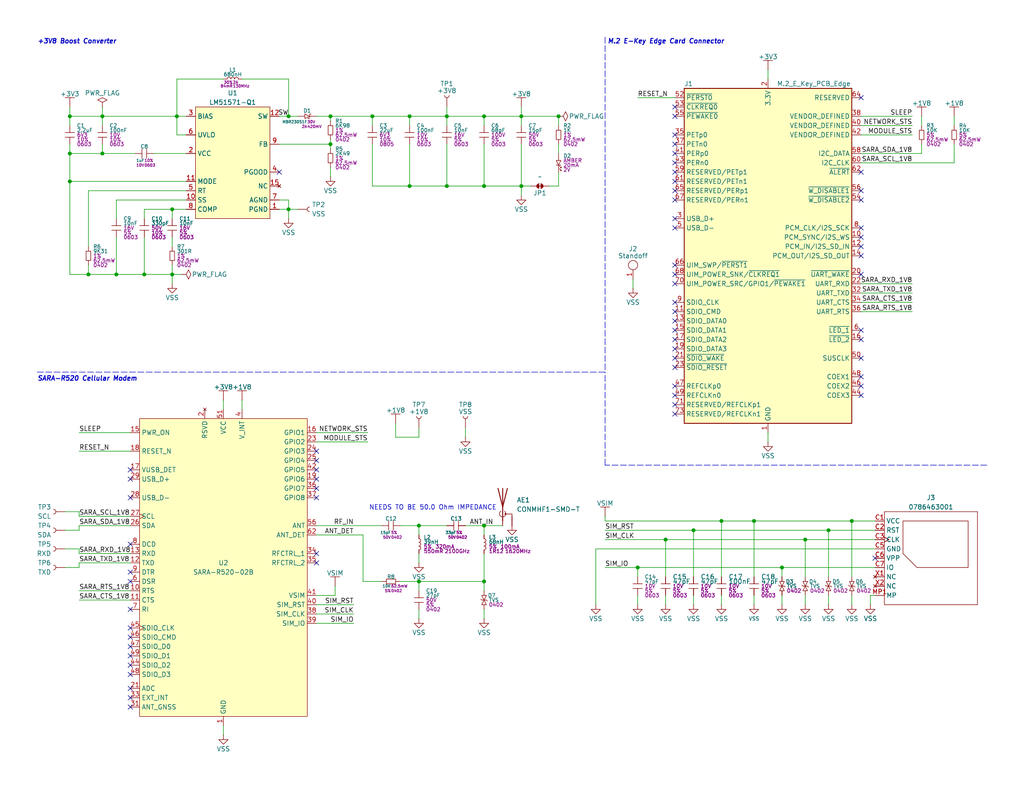
<source format=kicad_sch>
(kicad_sch (version 20231120) (generator "eeschema") (generator_version "8.0")
  (paper "USLetter")
  (title_block (title "U-bolx ZED-F9P M.2 E-Key") (date "2024-12-23") (rev "01") (comment 2 "PROTOTYPE") (comment 3 "2024"))
  (junction (at 31.75 74.93))
  (junction (at 24.13 74.93))
  (junction (at 226.06 144.78))
  (junction (at 142.24 50.8))
  (junction (at 132.08 158.75))
  (junction (at 19.05 41.91))
  (junction (at 181.61 147.32))
  (junction (at 27.94 31.75))
  (junction (at 90.17 39.37))
  (junction (at 39.37 74.93))
  (junction (at 142.24 31.75))
  (junction (at 19.05 49.53))
  (junction (at 152.4 31.75))
  (junction (at 189.23 144.78))
  (junction (at 19.05 31.75))
  (junction (at 196.85 142.24))
  (junction (at 27.94 41.91))
  (junction (at 132.08 143.51))
  (junction (at 205.74 142.24))
  (junction (at 111.76 50.8))
  (junction (at 219.71 147.32))
  (junction (at 232.41 142.24))
  (junction (at 213.36 154.94))
  (junction (at 173.99 154.94))
  (junction (at 111.76 31.75))
  (junction (at 48.26 31.75))
  (junction (at 132.08 50.8))
  (junction (at 121.92 50.8))
  (junction (at 78.74 31.75))
  (junction (at 78.74 57.15))
  (junction (at 46.99 74.93))
  (junction (at 101.6 31.75))
  (junction (at 114.3 143.51))
  (junction (at 90.17 31.75))
  (junction (at 46.99 57.15))
  (junction (at 121.92 31.75))
  (junction (at 132.08 31.75))
  (junction (at 114.3 158.75))
  (no_connect (at 35.56 193.04))
  (no_connect (at 184.15 74.93))
  (no_connect (at 35.56 171.45))
  (no_connect (at 35.56 148.59))
  (no_connect (at 86.36 135.89))
  (no_connect (at 86.36 130.81))
  (no_connect (at 234.95 69.85))
  (no_connect (at 184.15 105.41))
  (no_connect (at 35.56 187.96))
  (no_connect (at 184.15 77.47))
  (no_connect (at 86.36 151.13))
  (no_connect (at 234.95 26.67))
  (no_connect (at 234.95 102.87))
  (no_connect (at 234.95 107.95))
  (no_connect (at 234.95 67.31))
  (no_connect (at 238.76 152.4))
  (no_connect (at 35.56 166.37))
  (no_connect (at 86.36 128.27))
  (no_connect (at 234.95 97.79))
  (no_connect (at 35.56 190.5))
  (no_connect (at 234.95 52.07))
  (no_connect (at 184.15 46.99))
  (no_connect (at 184.15 31.75))
  (no_connect (at 86.36 125.73))
  (no_connect (at 234.95 74.93))
  (no_connect (at 184.15 82.55))
  (no_connect (at 184.15 49.53))
  (no_connect (at 35.56 156.21))
  (no_connect (at 234.95 105.41))
  (no_connect (at 86.36 153.67))
  (no_connect (at 234.95 46.99))
  (no_connect (at 86.36 123.19))
  (no_connect (at 184.15 36.83))
  (no_connect (at 35.56 173.99))
  (no_connect (at 234.95 92.71))
  (no_connect (at 184.15 110.49))
  (no_connect (at 184.15 41.91))
  (no_connect (at 234.95 90.17))
  (no_connect (at 76.2 46.99))
  (no_connect (at 86.36 133.35))
  (no_connect (at 184.15 90.17))
  (no_connect (at 184.15 95.25))
  (no_connect (at 184.15 107.95))
  (no_connect (at 234.95 64.77))
  (no_connect (at 184.15 72.39))
  (no_connect (at 184.15 62.23))
  (no_connect (at 184.15 54.61))
  (no_connect (at 184.15 85.09))
  (no_connect (at 234.95 62.23))
  (no_connect (at 184.15 100.33))
  (no_connect (at 184.15 87.63))
  (no_connect (at 184.15 97.79))
  (no_connect (at 184.15 39.37))
  (no_connect (at 35.56 179.07))
  (no_connect (at 35.56 176.53))
  (no_connect (at 184.15 52.07))
  (no_connect (at 35.56 181.61))
  (no_connect (at 184.15 29.21))
  (no_connect (at 35.56 128.27))
  (no_connect (at 35.56 130.81))
  (no_connect (at 184.15 92.71))
  (no_connect (at 234.95 54.61))
  (no_connect (at 184.15 44.45))
  (no_connect (at 35.56 135.89))
  (no_connect (at 35.56 184.15))
  (no_connect (at 184.15 59.69))
  (no_connect (at 184.15 113.03))
  (no_connect (at 35.56 158.75))
  (wire (pts (xy 132.08 50.8) (xy 142.24 50.8)))
  (wire (pts (xy 152.4 46.99) (xy 152.4 50.8)))
  (wire (pts (xy 46.99 74.93) (xy 46.99 72.39)))
  (wire (pts (xy 21.59 143.51) (xy 35.56 143.51)))
  (wire (pts (xy 111.76 31.75) (xy 121.92 31.75)))
  (wire (pts (xy 101.6 31.75) (xy 111.76 31.75)))
  (wire (pts (xy 107.95 115.57) (xy 107.95 119.38)))
  (wire (pts (xy 181.61 147.32) (xy 219.71 147.32)))
  (wire (pts (xy 248.92 85.09) (xy 234.95 85.09)))
  (wire (pts (xy 132.08 151.13) (xy 132.08 158.75)))
  (wire (pts (xy 86.36 167.64) (xy 96.52 167.64)))
  (wire (pts (xy 21.59 140.97) (xy 35.56 140.97)))
  (wire (pts (xy 111.76 31.75) (xy 111.76 34.29)))
  (wire (pts (xy 48.26 21.59) (xy 48.26 31.75)))
  (wire (pts (xy 121.92 31.75) (xy 132.08 31.75)))
  (wire (pts (xy 24.13 74.93) (xy 31.75 74.93)))
  (wire (pts (xy 78.74 57.15) (xy 76.2 57.15)))
  (wire (pts (xy 181.61 147.32) (xy 181.61 157.48)))
  (wire (pts (xy 46.99 64.77) (xy 46.99 67.31)))
  (wire (pts (xy 162.56 149.86) (xy 162.56 165.1)))
  (wire (pts (xy 90.17 33.02) (xy 90.17 31.75)))
  (wire (pts (xy 142.24 39.37) (xy 142.24 50.8)))
  (wire (pts (xy 173.99 162.56) (xy 173.99 165.1)))
  (polyline (pts (xy 165.1 10.16) (xy 165.1 101.6)) (stroke (width 0) (type dash)))
  (wire (pts (xy 132.08 143.51) (xy 137.16 143.51)))
  (wire (pts (xy 226.06 144.78) (xy 226.06 157.48)))
  (wire (pts (xy 189.23 162.56) (xy 189.23 165.1)))
  (wire (pts (xy 213.36 154.94) (xy 213.36 157.48)))
  (wire (pts (xy 234.95 34.29) (xy 248.92 34.29)))
  (wire (pts (xy 19.05 39.37) (xy 19.05 41.91)))
  (wire (pts (xy 78.74 59.69) (xy 78.74 57.15)))
  (wire (pts (xy 248.92 80.01) (xy 234.95 80.01)))
  (wire (pts (xy 86.36 120.65) (xy 100.33 120.65)))
  (wire (pts (xy 114.3 143.51) (xy 121.92 143.51)))
  (wire (pts (xy 31.75 54.61) (xy 50.8 54.61)))
  (wire (pts (xy 127 143.51) (xy 132.08 143.51)))
  (wire (pts (xy 86.36 143.51) (xy 104.14 143.51)))
  (wire (pts (xy 152.4 39.37) (xy 152.4 41.91)))
  (wire (pts (xy 132.08 158.75) (xy 132.08 161.29)))
  (wire (pts (xy 60.96 198.12) (xy 60.96 200.66)))
  (wire (pts (xy 17.78 154.94) (xy 21.59 154.94)))
  (wire (pts (xy 114.3 151.13) (xy 114.3 153.67)))
  (wire (pts (xy 165.1 144.78) (xy 189.23 144.78)))
  (wire (pts (xy 232.41 142.24) (xy 232.41 157.48)))
  (wire (pts (xy 165.1 140.97) (xy 165.1 142.24)))
  (wire (pts (xy 19.05 41.91) (xy 27.94 41.91)))
  (wire (pts (xy 31.75 74.93) (xy 39.37 74.93)))
  (wire (pts (xy 24.13 52.07) (xy 50.8 52.07)))
  (wire (pts (xy 50.8 36.83) (xy 48.26 36.83)))
  (wire (pts (xy 114.3 158.75) (xy 132.08 158.75)))
  (wire (pts (xy 111.76 39.37) (xy 111.76 50.8)))
  (wire (pts (xy 90.17 31.75) (xy 101.6 31.75)))
  (wire (pts (xy 21.59 153.67) (xy 21.59 154.94)))
  (wire (pts (xy 209.55 19.05) (xy 209.55 21.59)))
  (wire (pts (xy 21.59 139.7) (xy 17.78 139.7)))
  (wire (pts (xy 226.06 144.78) (xy 238.76 144.78)))
  (wire (pts (xy 19.05 34.29) (xy 19.05 31.75)))
  (wire (pts (xy 31.75 64.77) (xy 31.75 74.93)))
  (wire (pts (xy 196.85 162.56) (xy 196.85 165.1)))
  (wire (pts (xy 142.24 31.75) (xy 142.24 34.29)))
  (wire (pts (xy 196.85 142.24) (xy 196.85 157.48)))
  (wire (pts (xy 238.76 162.56) (xy 237.49 162.56)))
  (wire (pts (xy 66.04 109.22) (xy 66.04 111.76)))
  (wire (pts (xy 184.15 26.67) (xy 173.99 26.67)))
  (wire (pts (xy 132.08 31.75) (xy 142.24 31.75)))
  (wire (pts (xy 19.05 49.53) (xy 50.8 49.53)))
  (wire (pts (xy 48.26 36.83) (xy 48.26 31.75)))
  (wire (pts (xy 21.59 143.51) (xy 21.59 144.78)))
  (wire (pts (xy 219.71 147.32) (xy 238.76 147.32)))
  (wire (pts (xy 90.17 38.1) (xy 90.17 39.37)))
  (wire (pts (xy 27.94 29.21) (xy 27.94 31.75)))
  (wire (pts (xy 173.99 154.94) (xy 213.36 154.94)))
  (wire (pts (xy 21.59 144.78) (xy 17.78 144.78)))
  (wire (pts (xy 248.92 82.55) (xy 234.95 82.55)))
  (wire (pts (xy 46.99 57.15) (xy 46.99 59.69)))
  (wire (pts (xy 86.36 31.75) (xy 90.17 31.75)))
  (wire (pts (xy 86.36 165.1) (xy 96.52 165.1)))
  (wire (pts (xy 114.3 166.37) (xy 114.3 168.91)))
  (wire (pts (xy 101.6 39.37) (xy 101.6 50.8)))
  (wire (pts (xy 86.36 162.56) (xy 91.44 162.56)))
  (wire (pts (xy 76.2 54.61) (xy 78.74 54.61)))
  (wire (pts (xy 60.96 21.59) (xy 48.26 21.59)))
  (wire (pts (xy 21.59 118.11) (xy 35.56 118.11)))
  (wire (pts (xy 21.59 161.29) (xy 35.56 161.29)))
  (wire (pts (xy 152.4 31.75) (xy 152.4 34.29)))
  (wire (pts (xy 114.3 143.51) (xy 114.3 146.05)))
  (wire (pts (xy 86.36 170.18) (xy 96.52 170.18)))
  (wire (pts (xy 78.74 54.61) (xy 78.74 57.15)))
  (wire (pts (xy 172.72 76.2) (xy 172.72 78.74)))
  (wire (pts (xy 213.36 154.94) (xy 238.76 154.94)))
  (wire (pts (xy 205.74 142.24) (xy 232.41 142.24)))
  (wire (pts (xy 248.92 77.47) (xy 234.95 77.47)))
  (wire (pts (xy 99.06 158.75) (xy 104.14 158.75)))
  (polyline (pts (xy 269.24 127) (xy 165.1 127)) (stroke (width 0) (type dash)))
  (wire (pts (xy 232.41 142.24) (xy 238.76 142.24)))
  (wire (pts (xy 78.74 31.75) (xy 81.28 31.75)))
  (polyline (pts (xy 10.16 101.6) (xy 165.1 101.6)) (stroke (width 0) (type dash)))
  (wire (pts (xy 219.71 147.32) (xy 219.71 157.48)))
  (wire (pts (xy 76.2 39.37) (xy 90.17 39.37)))
  (wire (pts (xy 19.05 29.21) (xy 19.05 31.75)))
  (wire (pts (xy 101.6 34.29) (xy 101.6 31.75)))
  (wire (pts (xy 205.74 162.56) (xy 205.74 165.1)))
  (wire (pts (xy 21.59 163.83) (xy 35.56 163.83)))
  (wire (pts (xy 19.05 74.93) (xy 24.13 74.93)))
  (wire (pts (xy 19.05 31.75) (xy 27.94 31.75)))
  (wire (pts (xy 232.41 162.56) (xy 232.41 165.1)))
  (wire (pts (xy 165.1 154.94) (xy 173.99 154.94)))
  (wire (pts (xy 196.85 142.24) (xy 205.74 142.24)))
  (wire (pts (xy 234.95 36.83) (xy 248.92 36.83)))
  (wire (pts (xy 24.13 67.31) (xy 24.13 52.07)))
  (wire (pts (xy 260.35 39.37) (xy 260.35 44.45)))
  (wire (pts (xy 46.99 74.93) (xy 49.53 74.93)))
  (wire (pts (xy 39.37 74.93) (xy 46.99 74.93)))
  (wire (pts (xy 109.22 143.51) (xy 114.3 143.51)))
  (wire (pts (xy 219.71 162.56) (xy 219.71 165.1)))
  (wire (pts (xy 19.05 49.53) (xy 19.05 74.93)))
  (wire (pts (xy 251.46 39.37) (xy 251.46 41.91)))
  (wire (pts (xy 27.94 34.29) (xy 27.94 31.75)))
  (wire (pts (xy 107.95 119.38) (xy 114.3 119.38)))
  (wire (pts (xy 109.22 158.75) (xy 114.3 158.75)))
  (wire (pts (xy 132.08 146.05) (xy 132.08 143.51)))
  (wire (pts (xy 86.36 118.11) (xy 100.33 118.11)))
  (wire (pts (xy 76.2 31.75) (xy 78.74 31.75)))
  (wire (pts (xy 260.35 31.75) (xy 260.35 34.29)))
  (wire (pts (xy 189.23 144.78) (xy 189.23 157.48)))
  (wire (pts (xy 121.92 29.21) (xy 121.92 31.75)))
  (wire (pts (xy 90.17 45.72) (xy 90.17 48.26)))
  (wire (pts (xy 50.8 57.15) (xy 46.99 57.15)))
  (wire (pts (xy 226.06 162.56) (xy 226.06 165.1)))
  (wire (pts (xy 234.95 31.75) (xy 248.92 31.75)))
  (wire (pts (xy 209.55 118.11) (xy 209.55 120.65)))
  (wire (pts (xy 111.76 50.8) (xy 121.92 50.8)))
  (wire (pts (xy 173.99 154.94) (xy 173.99 157.48)))
  (wire (pts (xy 121.92 50.8) (xy 132.08 50.8)))
  (wire (pts (xy 149.86 50.8) (xy 152.4 50.8)))
  (wire (pts (xy 46.99 74.93) (xy 46.99 77.47)))
  (wire (pts (xy 114.3 119.38) (xy 114.3 116.84)))
  (wire (pts (xy 21.59 123.19) (xy 35.56 123.19)))
  (wire (pts (xy 142.24 29.21) (xy 142.24 31.75)))
  (wire (pts (xy 66.04 21.59) (xy 78.74 21.59)))
  (wire (pts (xy 142.24 31.75) (xy 152.4 31.75)))
  (wire (pts (xy 142.24 50.8) (xy 144.78 50.8)))
  (wire (pts (xy 39.37 64.77) (xy 39.37 74.93)))
  (wire (pts (xy 213.36 162.56) (xy 213.36 165.1)))
  (wire (pts (xy 132.08 31.75) (xy 132.08 34.29)))
  (wire (pts (xy 205.74 142.24) (xy 205.74 157.48)))
  (wire (pts (xy 114.3 158.75) (xy 114.3 161.29)))
  (wire (pts (xy 41.91 41.91) (xy 50.8 41.91)))
  (wire (pts (xy 27.94 41.91) (xy 36.83 41.91)))
  (wire (pts (xy 132.08 166.37) (xy 132.08 168.91)))
  (wire (pts (xy 21.59 151.13) (xy 35.56 151.13)))
  (wire (pts (xy 48.26 31.75) (xy 50.8 31.75)))
  (wire (pts (xy 162.56 149.86) (xy 238.76 149.86)))
  (wire (pts (xy 99.06 146.05) (xy 99.06 158.75)))
  (wire (pts (xy 78.74 57.15) (xy 81.28 57.15)))
  (wire (pts (xy 234.95 44.45) (xy 260.35 44.45)))
  (wire (pts (xy 132.08 39.37) (xy 132.08 50.8)))
  (wire (pts (xy 121.92 31.75) (xy 121.92 34.29)))
  (wire (pts (xy 251.46 31.75) (xy 251.46 34.29)))
  (wire (pts (xy 39.37 57.15) (xy 46.99 57.15)))
  (wire (pts (xy 189.23 144.78) (xy 226.06 144.78)))
  (wire (pts (xy 21.59 151.13) (xy 21.59 149.86)))
  (wire (pts (xy 91.44 160.02) (xy 91.44 162.56)))
  (wire (pts (xy 21.59 140.97) (xy 21.59 139.7)))
  (wire (pts (xy 21.59 153.67) (xy 35.56 153.67)))
  (polyline (pts (xy 165.1 127) (xy 165.1 101.6)) (stroke (width 0) (type dash)))
  (wire (pts (xy 234.95 41.91) (xy 251.46 41.91)))
  (wire (pts (xy 142.24 53.34) (xy 142.24 50.8)))
  (wire (pts (xy 165.1 142.24) (xy 196.85 142.24)))
  (wire (pts (xy 27.94 31.75) (xy 48.26 31.75)))
  (wire (pts (xy 165.1 147.32) (xy 181.61 147.32)))
  (wire (pts (xy 39.37 57.15) (xy 39.37 59.69)))
  (wire (pts (xy 24.13 72.39) (xy 24.13 74.93)))
  (wire (pts (xy 31.75 59.69) (xy 31.75 54.61)))
  (wire (pts (xy 60.96 109.22) (xy 60.96 111.76)))
  (wire (pts (xy 78.74 21.59) (xy 78.74 31.75)))
  (wire (pts (xy 90.17 39.37) (xy 90.17 40.64)))
  (wire (pts (xy 127 116.84) (xy 127 119.38)))
  (wire (pts (xy 17.78 149.86) (xy 21.59 149.86)))
  (wire (pts (xy 181.61 162.56) (xy 181.61 165.1)))
  (wire (pts (xy 237.49 162.56) (xy 237.49 165.1)))
  (wire (pts (xy 27.94 39.37) (xy 27.94 41.91)))
  (wire (pts (xy 86.36 146.05) (xy 99.06 146.05)))
  (wire (pts (xy 121.92 39.37) (xy 121.92 50.8)))
  (wire (pts (xy 101.6 50.8) (xy 111.76 50.8)))
  (wire (pts (xy 19.05 41.91) (xy 19.05 49.53)))
  (text "NEEDS TO BE 50.0 Ohm IMPEDANCE" (at 118.11 138.684 0) (effects (font (size 1.27 1.27))))
  (text "SARA-R520 Cellular Modem" (at 10.16 103.505 0) (effects (font (size 1.27 1.27) (thickness 0.254) (bold yes) (italic yes)) (justify left)))
  (text "+3V8 Boost Converter" (at 10.16 11.43 0) (effects (font (size 1.27 1.27) (thickness 0.254) (bold yes) (italic yes)) (justify left)))
  (text "M.2 E-Key Edge Card Connector" (at 165.735 11.43 0) (effects (font (size 1.27 1.27) (thickness 0.254) (bold yes) (italic yes)) (justify left)))
  (label "MODULE_STS" (at 248.92 36.83 180))
  (label "ANT_IN" (at 134.62 143.51 180) (effects (font (thickness 0.1588))))
  (label "SIM_CLK" (at 96.52 167.64 180))
  (label "SARA_TXD_1V8" (at 21.59 153.67 0))
  (label "SARA_RXD_1V8" (at 248.92 77.47 180))
  (label "MODULE_STS" (at 100.33 120.65 180))
  (label "SIM_RST" (at 96.52 165.1 180))
  (label "SIM_IO" (at 96.52 170.18 180))
  (label "SARA_RXD_1V8" (at 21.59 151.13 0))
  (label "SIM_RST" (at 165.1 144.78 0))
  (label "SARA_CTS_1V8" (at 21.59 163.83 0))
  (label "SARA_SCL_1V8" (at 21.59 140.97 0))
  (label "SIM_IO" (at 165.1 154.94 0))
  (label "SARA_SDA_1V8" (at 21.59 143.51 0))
  (label "RESET_N" (at 173.99 26.67 0))
  (label "SARA_RTS_1V8" (at 248.92 85.09 180))
  (label "ANT_DET" (at 96.52 146.05 180))
  (label "SW" (at 78.74 31.75 180))
  (label "SARA_RTS_1V8" (at 21.59 161.29 0))
  (label "NETWORK_STS" (at 100.33 118.11 180))
  (label "SARA_TXD_1V8" (at 248.92 80.01 180))
  (label "SARA_SCL_1V8" (at 248.92 44.45 180))
  (label "SIM_CLK" (at 165.1 147.32 0))
  (label "NETWORK_STS" (at 248.92 34.29 180))
  (label "SARA_CTS_1V8" (at 248.92 82.55 180))
  (label "SLEEP" (at 21.59 118.11 0))
  (label "SARA_SDA_1V8" (at 248.92 41.91 180))
  (label "RF_IN" (at 96.52 143.51 180))
  (label "RESET_N" (at 21.59 123.19 0))
  (label "SLEEP" (at 248.92 31.75 180))
  (symbol (lib_id "lib_sch:C_horizontal") (at 106.68 143.51 0) (unit 1)
    (property "Reference" "C12" (at 106.68 141.605 0) (effects (font (size 1.016 1.016))))
    (property "Value" "15pF" (at 106.68 145.415 0) (effects (font (size 0.762 0.762)) (justify right)))
    (property "Footprint" "lib_fp:MLCC0402" (effects (hide yes)))
    (property "Datasheet" "datasheets/Murata-GCJ188R71H104KA12.pdf" (effects (hide yes)))
    (property "Description" "CAP CER 15PF 50V C0G/NP0 0402" (effects (hide yes)))
    (property "Manufacturer" "Murata Electronics" (effects (hide yes)))
    (property "MPN" "GCM1555C1H150JA16J" (effects (hide yes)))
    (property "DKPN" "490-GCM1555C1H150JA16JCT-ND" (effects (hide yes)))
    (property "Tolerace" "5%" (at 106.68 145.415 0) (effects (font (size 0.762 0.762)) (justify left)))
    (property "Voltage Rating" "50V" (at 106.68 146.685 0) (effects (font (size 0.762 0.762)) (justify right)))
    (property "Package" "0402" (at 106.68 146.685 0) (effects (font (size 0.762 0.762)) (justify left)))
  )
  (symbol (lib_id "lib_sch:C") (at 27.94 36.83 0) (unit 1)
    (property "Reference" "C2" (at 29.845 34.29 0) (effects (font (size 1.016 1.016)) (justify left)))
    (property "Value" "100nF" (at 29.845 35.56 0) (effects (font (size 1.016 1.016)) (justify left)))
    (property "Footprint" "lib_fp:MLCC0603" (effects (hide yes)))
    (property "Datasheet" "datasheets/Kyocera-AVX-MLCCKAM.pdf" (effects (hide yes)))
    (property "Description" "CAP CER 0.1UF 10V X7R 0603" (effects (hide yes)))
    (property "Manufacturer" "KYOCERA AVX" (effects (hide yes)))
    (property "MPN" "KAM15AR71A104KT" (effects (hide yes)))
    (property "DKPN" "478-KAM15AR71A104KTCT-ND" (effects (hide yes)))
    (property "Tolerance" "10%" (at 29.845 38.1 0) (effects (font (size 1.016 1.016)) (justify left)))
    (property "Voltage Rating" "10V" (at 29.845 36.83 0) (effects (font (size 1.016 1.016)) (justify left)))
    (property "Package" "0603" (at 29.845 39.37 0) (effects (font (size 1.016 1.016)) (justify left)))
  )
  (symbol (lib_id "DS-Power:PWR_FLAG") (at 49.53 74.93 270) (unit 1)
    (property "Reference" "#FLG03" (effects (hide yes)))
    (property "Value" "PWR_FLAG" (at 57.15 74.93 90))
    (property "Description" "Special symbol for telling ERC where power comes from" (effects (hide yes)))
  )
  (symbol (lib_id "lib_sch:R") (at 46.99 69.85 0) (unit 1)
    (property "Reference" "R7" (at 48.26 67.31 0) (effects (font (size 1.016 1.016)) (justify left)))
    (property "Value" "301R" (at 48.26 68.58 0) (effects (font (size 1.016 1.016)) (justify left)))
    (property "Footprint" "lib_fp:CRCW0402" (effects (hide yes)))
    (property "Datasheet" "datasheets/Vishay-Dale-DRCWe3.pdf" (effects (hide yes)))
    (property "Description" "RES SMD 301 OHM 1% 1/16W 0402" (effects (hide yes)))
    (property "Manufacturer" "Vishay Dale" (effects (hide yes)))
    (property "MPN" "CRCW0402301RFKED" (effects (hide yes)))
    (property "DKPN" "541-301LCT-ND" (effects (hide yes)))
    (property "Tolerance" "1%" (at 48.26 69.85 0) (effects (font (size 1.016 1.016)) (justify left)))
    (property "Power Rating" "62.5mW" (at 48.26 71.12 0) (effects (font (size 1.016 1.016)) (justify left)))
    (property "Package" "0402" (at 48.26 72.39 0) (effects (font (size 1.016 1.016)) (justify left)))
  )
  (symbol (lib_id "lib_sch:VSS") (at 90.17 48.26 0) (unit 1)
    (property "Reference" "#PWR06" (effects (hide yes)))
    (property "Value" "VSS" (at 90.17 52.07 0))
  )
  (symbol (lib_id "lib_sch:L") (at 132.08 148.59 0) (unit 1)
    (property "Reference" "L3" (at 133.35 146.685 0) (effects (font (size 1.016 1.016)) (justify left)))
    (property "Value" "68nH" (at 133.35 147.955 0) (effects (font (size 1.016 1.016)) (justify left)))
    (property "Footprint" "lib_fp:L_0402" (effects (hide yes)))
    (property "Datasheet" "datasheets/Wurth-Elektronik-744765168A.pdf" (effects (hide yes)))
    (property "Description" "WE-KI SMT WIRE WOUND CERAMIC IND" (effects (hide yes)))
    (property "Manufacturer" "Würth Elektronik" (effects (hide yes)))
    (property "MPN" "744765168A" (effects (hide yes)))
    (property "DKPN" "732-744765168ACT-ND" (effects (hide yes)))
    (property "Tolerance" "5%" (at 133.35 149.225 0) (effects (font (size 1.016 1.016)) (justify left)))
    (property "Current Rating" "100mA" (at 136.525 149.225 0) (effects (font (size 1.016 1.016)) (justify left)))
    (property "DC Resistance" "1R12" (at 133.35 150.495 0) (effects (font (size 1.016 1.016)) (justify left)))
    (property "Resonant Frequency" "1620MHz" (at 137.795 150.495 0) (effects (font (size 1.016 1.016)) (justify left)))
  )
  (symbol (lib_id "lib_sch:VSS") (at 181.61 165.1 0) (unit 1)
    (property "Reference" "#PWR023" (effects (hide yes)))
    (property "Value" "VSS" (at 181.61 168.91 0))
  )
  (symbol (lib_id "lib_sch:D_TVS") (at 213.36 160.02 0) (unit 1)
    (property "Reference" "D3" (at 214.376 158.75 0) (effects (font (size 1.016 1.016)) (justify left)))
    (property "Value" "TVS" (at 214.63 160.02 0) (effects (font (size 1.016 1.016)) (justify left)))
    (property "Footprint" "lib_fp:XDFN2P65_100X60X50L50X25L" (effects (hide yes)))
    (property "Datasheet" "datasheets/Diodes-Incorporated-DESD24VF1BLQ.pdf" (effects (hide yes)))
    (property "Description" "DATALINE PROTECTION PP X1-DFN100" (effects (hide yes)))
    (property "Manufacturer" "Diodes Incorporated" (effects (hide yes)))
    (property "MPN" "DESD24VF1BLQ-7B" (effects (hide yes)))
    (property "DKPN" "31-DESD24VF1BLQ-7BCT-ND" (effects (hide yes)))
    (property "Package" "0402" (at 214.63 161.29 0) (effects (font (size 1.016 1.016)) (justify left)))
  )
  (symbol (lib_id "lib_sch:VSIM") (at 165.1 140.97 0) (unit 1)
    (property "Reference" "#PWR017" (effects (hide yes)))
    (property "Value" "VSIM" (at 165.1 137.414 0))
  )
  (symbol (lib_id "lib_sch:+3V3") (at 19.05 29.21 0) (unit 1)
    (property "Reference" "#PWR02" (effects (hide yes)))
    (property "Value" "+3V3" (at 19.05 25.654 0))
  )
  (symbol (lib_id "lib_sch:VSIM") (at 91.44 160.02 0) (unit 1)
    (property "Reference" "#PWR020" (effects (hide yes)))
    (property "Value" "VSIM" (at 91.44 156.464 0))
  )
  (symbol (lib_id "lib_sch:C") (at 205.74 160.02 0) (unit 1)
    (property "Reference" "C18" (at 207.645 157.48 0) (effects (justify left)))
    (property "Value" "47pF" (at 207.645 158.75 0) (effects (justify left)))
    (property "Footprint" "lib_fp:MLCC0603" (effects (hide yes)))
    (property "Datasheet" "datasheets/Kyocera-AVX-MLCCKAM.pdf" (effects (hide yes)))
    (property "Description" "CAP CER 47PF 50V X7R 0603" (effects (hide yes)))
    (property "Manufacturer" "KYOCERA AVX" (effects (hide yes)))
    (property "MPN" "06035C470JAT2A" (effects (hide yes)))
    (property "DKPN" "478-06035C470JAT2ACT-ND" (effects (hide yes)))
    (property "Tolerance" "5%" (at 207.645 161.29 0) (effects (font (size 1.016 1.016)) (justify left)))
    (property "Voltage Rating" "10V" (at 207.645 160.02 0) (effects (font (size 1.016 1.016)) (justify left)))
    (property "Package" "0603" (at 207.645 162.56 0) (effects (font (size 1.016 1.016)) (justify left)))
  )
  (symbol (lib_id "lib_sch:D_TVS") (at 132.08 163.83 0) (unit 1)
    (property "Reference" "D7" (at 133.096 162.56 0) (effects (font (size 1.016 1.016)) (justify left)))
    (property "Value" "TVS" (at 133.35 163.83 0) (effects (font (size 1.016 1.016)) (justify left)))
    (property "Footprint" "lib_fp:XDFN2P65_100X60X50L50X25L" (effects (hide yes)))
    (property "Datasheet" "datasheets/Diodes-Incorporated-DESD24VF1BLQ.pdf" (effects (hide yes)))
    (property "Description" "DATALINE PROTECTION PP X1-DFN100" (effects (hide yes)))
    (property "Manufacturer" "Diodes Incorporated" (effects (hide yes)))
    (property "MPN" "DESD24VF1BLQ-7B" (effects (hide yes)))
    (property "DKPN" "31-DESD24VF1BLQ-7BCT-ND" (effects (hide yes)))
    (property "Package" "0402" (at 133.35 165.1 0) (effects (font (size 1.016 1.016)) (justify left)))
  )
  (symbol (lib_id "lib_sch:VSS") (at 232.41 165.1 0) (unit 1)
    (property "Reference" "#PWR029" (effects (hide yes)))
    (property "Value" "VSS" (at 232.41 168.91 0))
  )
  (symbol (lib_id "lib_sch:Testpoint") (at 114.3 114.3 270) (unit 1) (in_bom no)
    (property "Reference" "TP7" (at 114.3 110.49 90))
    (property "Value" "+1V8" (at 114.3 112.395 90))
    (property "Footprint" "lib_fp:TP_1mm" (effects (hide yes)))
  )
  (symbol (lib_id "lib_sch:R") (at 251.46 36.83 0) (unit 1)
    (property "Reference" "R3" (at 252.73 34.29 0) (effects (font (size 1.016 1.016)) (justify left)))
    (property "Value" "10K" (at 252.73 35.56 0) (effects (font (size 1.016 1.016)) (justify left)))
    (property "Footprint" "lib_fp:CRCW0402" (effects (hide yes)))
    (property "Datasheet" "datasheets/Vishay-Dale-DRCWe3.pdf" (effects (hide yes)))
    (property "Description" "RES SMD 10K OHM 5% 1/16W 0402" (effects (hide yes)))
    (property "Manufacturer" "Vishay Dale" (effects (hide yes)))
    (property "MPN" "CRCW040210K0JNED" (effects (hide yes)))
    (property "DKPN" "541-10KJCT-ND" (effects (hide yes)))
    (property "Tolerance" "5%" (at 252.73 36.83 0) (effects (font (size 1.016 1.016)) (justify left)))
    (property "Power Rating" "62.5mW" (at 252.73 38.1 0) (effects (font (size 1.016 1.016)) (justify left)))
    (property "Package" "0402" (at 252.73 39.37 0) (effects (font (size 1.016 1.016)) (justify left)))
  )
  (symbol (lib_id "lib_sch:Testpoint") (at 15.24 149.86 0) (unit 1) (in_bom no)
    (property "Reference" "TP5" (at 13.97 148.59 0) (effects (justify right)))
    (property "Value" "RXD" (at 13.97 151.13 0) (effects (justify right)))
    (property "Footprint" "lib_fp:TP_1mm" (effects (hide yes)))
  )
  (symbol (lib_id "lib_sch:D_TVS") (at 232.41 160.02 0) (unit 1)
    (property "Reference" "D6" (at 233.426 158.75 0) (effects (font (size 1.016 1.016)) (justify left)))
    (property "Value" "TVS" (at 233.68 160.02 0) (effects (font (size 1.016 1.016)) (justify left)))
    (property "Footprint" "lib_fp:XDFN2P65_100X60X50L50X25L" (effects (hide yes)))
    (property "Datasheet" "datasheets/Diodes-Incorporated-DESD24VF1BLQ.pdf" (effects (hide yes)))
    (property "Description" "DATALINE PROTECTION PP X1-DFN100" (effects (hide yes)))
    (property "Manufacturer" "Diodes Incorporated" (effects (hide yes)))
    (property "MPN" "DESD24VF1BLQ-7B" (effects (hide yes)))
    (property "DKPN" "31-DESD24VF1BLQ-7BCT-ND" (effects (hide yes)))
    (property "Package" "0402" (at 233.68 161.29 0) (effects (font (size 1.016 1.016)) (justify left)))
  )
  (symbol (lib_id "lib_sch:C") (at 121.92 36.83 0) (unit 1)
    (property "Reference" "C5" (at 123.825 34.29 0) (effects (font (size 1.016 1.016)) (justify left)))
    (property "Value" "10nF" (at 123.825 35.56 0) (effects (font (size 1.016 1.016)) (justify left)))
    (property "Footprint" "lib_fp:MLCC0603" (effects (hide yes)))
    (property "Datasheet" "datasheets/Kyocera-AVX-MLCCKAM.pdf" (effects (hide yes)))
    (property "Description" "CAP CER 10000PF 16V X7R 0603" (effects (hide yes)))
    (property "Manufacturer" "KYOCERA AVX" (effects (hide yes)))
    (property "MPN" "KAM15AR71C103JT" (effects (hide yes)))
    (property "DKPN" "478-KAM15AR71C103JTCT-ND" (effects (hide yes)))
    (property "Tolerance" "5%" (at 123.825 38.1 0) (effects (font (size 1.016 1.016)) (justify left)))
    (property "Voltage Rating" "16V" (at 123.825 36.83 0) (effects (font (size 1.016 1.016)) (justify left)))
    (property "Package" "0603" (at 123.825 39.37 0) (effects (font (size 1.016 1.016)) (justify left)))
  )
  (symbol (lib_id "DS-Power:PWR_FLAG") (at 152.4 31.75 270) (unit 1)
    (property "Reference" "#FLG02" (effects (hide yes)))
    (property "Value" "PWR_FLAG" (at 160.02 31.75 90))
    (property "Description" "Special symbol for telling ERC where power comes from" (effects (hide yes)))
  )
  (symbol (lib_id "lib_sch:LED") (at 152.4 44.45 0) (unit 1)
    (property "Reference" "D2" (at 153.67 42.545 0) (effects (font (size 1.016 1.016)) (justify left)))
    (property "Value" "LTST-C190KYKT" (effects (hide yes)))
    (property "Footprint" "lib_fp:LTST-0603" (effects (hide yes)))
    (property "Datasheet" "datasheets/Lite-On-LTST-C190KYKT.PDF" (effects (hide yes)))
    (property "Description" "LED AMBER CLEAR CHIP SMD" (effects (hide yes)))
    (property "Manufacturer" "Lite-On Inc." (effects (hide yes)))
    (property "MPN" "LTST-C190KYKT" (effects (hide yes)))
    (property "DKPN" "160-1438-1-ND" (effects (hide yes)))
    (property "Forward Voltage" "2V" (at 153.67 46.355 0) (effects (font (size 1.016 1.016)) (justify left)))
    (property "Current" "20mA" (at 153.67 45.085 0) (effects (font (size 1.016 1.016)) (justify left)))
    (property "Color" "AMBER" (at 153.67 43.815 0) (effects (font (size 1.016 1.016)) (justify left)))
  )
  (symbol (lib_id "lib_sch:C") (at 114.3 163.83 0) (unit 1)
    (property "Reference" "C19" (at 116.205 161.29 0) (effects (font (size 1.016 1.016)) (justify left)))
    (property "Value" "27pF" (at 116.205 162.56 0) (effects (font (size 1.016 1.016)) (justify left)))
    (property "Footprint" "lib_fp:MLCC0402" (effects (hide yes)))
    (property "Datasheet" "datasheets/Murata-GCJ188R71H104KA12.pdf" (effects (hide yes)))
    (property "Description" "CAP CER 27PF 50V C0G/NP0 0402" (effects (hide yes)))
    (property "Manufacturer" "Murata Electronics" (effects (hide yes)))
    (property "MPN" "GCM1555C1H270JA16J" (effects (hide yes)))
    (property "DKPN" "490-GCM1555C1H270JA16JCT-ND" (effects (hide yes)))
    (property "Tolerance" "5%" (at 116.205 165.1 0) (effects (font (size 1.016 1.016)) (justify left)))
    (property "Voltage Rating" "50V" (at 116.205 163.83 0) (effects (font (size 1.016 1.016)) (justify left)))
    (property "Package" "0402" (at 116.205 166.37 0) (effects (font (size 1.016 1.016)) (justify left)))
  )
  (symbol (lib_id "lib_sch:C") (at 111.76 36.83 0) (unit 1)
    (property "Reference" "C4" (at 113.665 34.29 0) (effects (font (size 1.016 1.016)) (justify left)))
    (property "Value" "100nF" (at 113.665 35.56 0) (effects (font (size 1.016 1.016)) (justify left)))
    (property "Footprint" "lib_fp:MLCC0603" (effects (hide yes)))
    (property "Datasheet" "datasheets/Kyocera-AVX-MLCCKAM.pdf" (effects (hide yes)))
    (property "Description" "CAP CER 0.1UF 10V X7R 0603" (effects (hide yes)))
    (property "Manufacturer" "KYOCERA AVX" (effects (hide yes)))
    (property "MPN" "KAM15AR71A104KT" (effects (hide yes)))
    (property "DKPN" "478-KAM15AR71A104KTCT-ND" (effects (hide yes)))
    (property "Tolerance" "10%" (at 113.665 38.1 0) (effects (font (size 1.016 1.016)) (justify left)))
    (property "Voltage Rating" "10V" (at 113.665 36.83 0) (effects (font (size 1.016 1.016)) (justify left)))
    (property "Package" "0603" (at 113.665 39.37 0) (effects (font (size 1.016 1.016)) (justify left)))
  )
  (symbol (lib_id "lib_sch:Antenna_Shield") (at 137.16 138.43 0) (unit 1)
    (property "Reference" "AE1" (at 140.97 136.5249 0) (effects (justify left)))
    (property "Value" "CONMHF1-SMD-T" (at 140.97 139.0649 0) (effects (justify left)))
    (property "Footprint" "lib_fp:CONMHF1" (effects (hide yes)))
    (property "Datasheet" "datasheets/TE-Connectivity-Linx-CONMHF1-SMD.pdf" (effects (hide yes)))
    (property "Description" "CONN UMC JACK STR SMD" (effects (hide yes)))
    (property "Manufacturer" "TE Connectivity Linx" (effects (hide yes)))
    (property "MPN" "CONMHF1-SMD-T" (effects (hide yes)))
    (property "DKPN" "343-CONMHF1-SMD-TCT-ND" (effects (hide yes)))
  )
  (symbol (lib_id "lib_sch:VSS") (at 189.23 165.1 0) (unit 1)
    (property "Reference" "#PWR024" (effects (hide yes)))
    (property "Value" "VSS" (at 189.23 168.91 0))
  )
  (symbol (lib_id "lib_sch:Testpoint") (at 127 114.3 270) (unit 1) (in_bom no)
    (property "Reference" "TP8" (at 127 110.49 90))
    (property "Value" "VSS" (at 127 112.395 90))
    (property "Footprint" "lib_fp:TP_1mm" (effects (hide yes)))
  )
  (symbol (lib_id "lib_sch:+3V3") (at 209.55 19.05 0) (unit 1)
    (property "Reference" "#PWR01" (effects (hide yes)))
    (property "Value" "+3V3" (at 209.55 15.494 0))
  )
  (symbol (lib_id "lib_sch:Testpoint") (at 83.82 57.15 0) (mirror y) (unit 1) (in_bom no)
    (property "Reference" "TP2" (at 85.09 55.88 0) (effects (justify right)))
    (property "Value" "VSS" (at 85.09 58.42 0) (effects (justify right)))
    (property "Footprint" "lib_fp:TP_1mm" (effects (hide yes)))
  )
  (symbol (lib_id "lib_sch:+1V8") (at 260.35 31.75 0) (unit 1)
    (property "Reference" "#PWR05" (effects (hide yes)))
    (property "Value" "+1V8" (at 260.35 28.194 0))
  )
  (symbol (lib_id "lib_sch:VSS") (at 127 119.38 0) (unit 1)
    (property "Reference" "#PWR010" (effects (hide yes)))
    (property "Value" "VSS" (at 127 123.19 0))
  )
  (symbol (lib_id "lib_sch:SIM_Card") (at 254 152.4 0) (mirror y) (unit 1)
    (property "Reference" "J3" (at 254 135.89 0))
    (property "Value" "0786463001" (at 254 138.43 0))
    (property "Footprint" "lib_fp:786463001" (effects (hide yes)))
    (property "Datasheet" "datasheets/Molex-786463001.pdf" (effects (hide yes)))
    (property "Description" "CONN MICRO SIM CARD PUSH-PULL" (effects (hide yes)))
    (property "Manufacturer" "Molex" (effects (hide yes)))
    (property "MPN" "0786463001" (effects (hide yes)))
    (property "DKPN" "WM9364CT-ND" (effects (hide yes)))
  )
  (symbol (lib_id "lib_sch:R") (at 90.17 35.56 0) (unit 1)
    (property "Reference" "R1" (at 91.44 33.02 0) (effects (font (size 1.016 1.016)) (justify left)))
    (property "Value" "6K98" (at 91.44 34.29 0) (effects (font (size 1.016 1.016)) (justify left)))
    (property "Footprint" "lib_fp:CRCW0402" (effects (hide yes)))
    (property "Datasheet" "datasheets/Vishay-Dale-DRCWe3.pdf" (effects (hide yes)))
    (property "Description" "RES SMD 6.98K OHM 1% 1/16W 0402" (effects (hide yes)))
    (property "Manufacturer" "Vishay Dale" (effects (hide yes)))
    (property "MPN" "CRCW04026K98FKED" (effects (hide yes)))
    (property "DKPN" "541-6.98KLCT-ND" (effects (hide yes)))
    (property "Tolerance" "1%" (at 91.44 35.56 0) (effects (font (size 1.016 1.016)) (justify left)))
    (property "Power Rating" "62.5mW" (at 91.44 36.83 0) (effects (font (size 1.016 1.016)) (justify left)))
    (property "Package" "0402" (at 91.44 38.1 0) (effects (font (size 1.016 1.016)) (justify left)))
  )
  (symbol (lib_id "lib_sch:D_Schottky_horizontal") (at 83.82 31.75 0) (unit 1)
    (property "Reference" "D1" (at 83.82 30.226 0) (effects (font (size 1.016 1.016))))
    (property "Value" "MBR230S1F" (at 83.82 33.274 0) (effects (font (size 0.762 0.762)) (justify right)))
    (property "Footprint" "lib_fp:SOD123F" (effects (hide yes)))
    (property "Datasheet" "datasheets/Diodes-Incorporated-MBR230S1F.pdf" (effects (hide yes)))
    (property "Description" "DIODE SCHOTTKY 30V 2A SOD123F" (effects (hide yes)))
    (property "Manufacturer" "Diodes Incorporated" (effects (hide yes)))
    (property "MPN" "MBR230S1F-7" (effects (hide yes)))
    (property "DKPN" "MBR230S1F-7DICT-ND" (effects (hide yes)))
    (property "Reverse Voltage" "30V" (at 83.82 33.274 0) (effects (font (size 0.762 0.762)) (justify left)))
    (property "Forward Voltage" "420mV" (at 83.82 34.544 0) (effects (font (size 0.762 0.762)) (justify left)))
    (property "Current" "2A" (at 83.82 34.544 0) (effects (font (size 0.762 0.762)) (justify right)))
  )
  (symbol (lib_id "lib_sch:VSS") (at 46.99 77.47 0) (unit 1)
    (property "Reference" "#PWR011" (effects (hide yes)))
    (property "Value" "VSS" (at 46.99 81.28 0))
  )
  (symbol (lib_id "lib_sch:C") (at 39.37 62.23 0) (unit 1)
    (property "Reference" "C10" (at 41.275 59.69 0) (effects (font (size 1.016 1.016)) (justify left)))
    (property "Value" "330pF" (at 41.275 60.96 0) (effects (font (size 1.016 1.016)) (justify left)))
    (property "Footprint" "lib_fp:MLCC0603" (effects (hide yes)))
    (property "Datasheet" "datasheets/Kyocera-AVX-MLCCKAM.pdf" (effects (hide yes)))
    (property "Description" "CAP CER 330PF 50V X7R 0603" (effects (hide yes)))
    (property "Manufacturer" "KYOCERA AVX" (effects (hide yes)))
    (property "MPN" "06035C331K4T2A" (effects (hide yes)))
    (property "DKPN" "478-06035C331K4T2ACT-ND" (effects (hide yes)))
    (property "Tolerance" "10%" (at 41.275 63.5 0) (effects (font (size 1.016 1.016)) (justify left)))
    (property "Voltage Rating" "50V" (at 41.275 62.23 0) (effects (font (size 1.016 1.016)) (justify left)))
    (property "Package" "0603" (at 41.275 64.77 0) (effects (font (size 1.016 1.016)) (justify left)))
  )
  (symbol (lib_id "lib_sch:Mounting-Hole") (at 172.72 72.39 0) (unit 1)
    (property "Reference" "J2" (at 172.72 67.945 0))
    (property "Value" "Standoff" (at 172.72 69.85 0))
    (property "Footprint" "lib_fp:M.2-Screw-Pad" (effects (hide yes)))
  )
  (symbol (lib_id "lib_sch:SARA-R52") (at 60.96 154.94 0) (unit 1)
    (property "Reference" "U2" (at 60.96 153.67 0))
    (property "Value" "SARA-R520-02B" (at 60.96 156.21 0))
    (property "Footprint" "lib_fp:SARA-R52X_UBL" (effects (hide yes)))
    (property "Datasheet" "datasheets/u-blox-SARA-R52-series.pdf" (effects (hide yes)))
    (property "Description" "LTE-M AND NB-IOT GLOBAL MODULE U" (effects (hide yes)))
    (property "Manufacturer" "u-blox" (effects (hide yes)))
    (property "MPN" "SARA-R520-02B" (effects (hide yes)))
    (property "DKPN" "672-SARA-R520-02BCT-ND" (effects (hide yes)))
  )
  (symbol (lib_id "lib_sch:VSS") (at 226.06 165.1 0) (unit 1)
    (property "Reference" "#PWR028" (effects (hide yes)))
    (property "Value" "VSS" (at 226.06 168.91 0))
  )
  (symbol (lib_id "lib_sch:Bus_M.2_Socket_E") (at 209.55 69.85 0) (unit 1) (in_bom no)
    (property "Reference" "J1" (at 186.69 22.86 0) (effects (justify left)))
    (property "Value" "M.2_E_Key_PCB_Edge" (at 232.156 22.86 0) (effects (justify right)))
    (property "Footprint" "lib_fp:M.2 E-Key" (effects (hide yes)))
    (property "Datasheet" "N/A" (effects (hide yes)))
    (property "Description" "M.2 Mechanical Key E Card Edge Connector" (effects (hide yes)))
    (property "Manufacturer" "N/A" (effects (hide yes)))
    (property "MPN" "N/A" (effects (hide yes)))
    (property "DKPN" "N/A" (effects (hide yes)))
  )
  (symbol (lib_id "lib_sch:Testpoint") (at 15.24 144.78 0) (unit 1) (in_bom no)
    (property "Reference" "TP4" (at 13.97 143.51 0) (effects (justify right)))
    (property "Value" "SDA" (at 13.97 146.05 0) (effects (justify right)))
    (property "Footprint" "lib_fp:TP_1mm" (effects (hide yes)))
  )
  (symbol (lib_id "lib_sch:D_TVS") (at 219.71 160.02 0) (unit 1)
    (property "Reference" "D4" (at 220.726 158.75 0) (effects (font (size 1.016 1.016)) (justify left)))
    (property "Value" "TVS" (at 220.98 160.02 0) (effects (font (size 1.016 1.016)) (justify left)))
    (property "Footprint" "lib_fp:XDFN2P65_100X60X50L50X25L" (effects (hide yes)))
    (property "Datasheet" "datasheets/Diodes-Incorporated-DESD24VF1BLQ.pdf" (effects (hide yes)))
    (property "Description" "DATALINE PROTECTION PP X1-DFN100" (effects (hide yes)))
    (property "Manufacturer" "Diodes Incorporated" (effects (hide yes)))
    (property "MPN" "DESD24VF1BLQ-7B" (effects (hide yes)))
    (property "DKPN" "31-DESD24VF1BLQ-7BCT-ND" (effects (hide yes)))
    (property "Package" "0402" (at 220.98 161.29 0) (effects (font (size 1.016 1.016)) (justify left)))
  )
  (symbol (lib_id "lib_sch:VSS") (at 139.7 143.51 0) (unit 1)
    (property "Reference" "#PWR018" (effects (hide yes)))
    (property "Value" "VSS" (at 139.7 147.32 0))
  )
  (symbol (lib_id "lib_sch:Testpoint") (at 15.24 154.94 0) (unit 1) (in_bom no)
    (property "Reference" "TP6" (at 13.97 153.67 0) (effects (justify right)))
    (property "Value" "TXD" (at 13.97 156.21 0) (effects (justify right)))
    (property "Footprint" "lib_fp:TP_1mm" (effects (hide yes)))
  )
  (symbol (lib_id "lib_sch:VSS") (at 205.74 165.1 0) (unit 1)
    (property "Reference" "#L01" (effects (hide yes)))
    (property "Value" "VSS" (at 205.74 168.91 0) (effects (font (size 1.016 1.016))))
    (property "Tolerance" "TOL" (effects (hide yes)))
    (property "Current Rating" "TOL" (effects (hide yes)))
    (property "DC Resistance" "DCR" (effects (hide yes)))
    (property "Resonant Frequency" "1GHz" (effects (hide yes)))
  )
  (symbol (lib_id "lib_sch:L_horizontal") (at 63.5 21.59 0) (unit 1)
    (property "Reference" "L1" (at 63.5 19.05 0) (effects (font (size 1.016 1.016))))
    (property "Value" "680nH" (at 63.5 20.32 0) (effects (font (size 1.016 1.016))))
    (property "Footprint" "lib_fp:L_0806" (effects (hide yes)))
    (property "Datasheet" "datasheets/Wurth-Elektronik-744383430068.pdf" (effects (hide yes)))
    (property "Description" "FIXED IND 680NH 3.5A 43.2MOHM" (effects (hide yes)))
    (property "Manufacturer" "Würth Elektronik" (effects (hide yes)))
    (property "MPN" "744383430068" (effects (hide yes)))
    (property "DKPN" "732-5704-1-ND" (effects (hide yes)))
    (property "Tolerance" "30%" (at 63.5 22.479 0) (effects (font (size 0.762 0.762)) (justify right)))
    (property "Current Rating" "2A" (at 63.5 22.479 0) (effects (font (size 0.762 0.762)) (justify left)))
    (property "DC Resistance" "84mR" (at 63.5 23.495 0) (effects (font (size 0.762 0.762)) (justify right)))
    (property "Resonant Frequency" "130MHz" (at 63.5 23.495 0) (effects (font (size 0.762 0.762)) (justify left)))
  )
  (symbol (lib_id "lib_sch:LM51571-Q1") (at 63.5 44.45 0) (unit 1)
    (property "Reference" "U1" (at 63.5 25.4 0))
    (property "Value" "LM51571-Q1" (at 63.5 27.94 0))
    (property "Footprint" "lib_fp:RTE0016K" (effects (hide yes)))
    (property "Datasheet" "datasheets/Texas-Instruments-LM51571-Q1.pdf" (effects (hide yes)))
    (property "Description" "IC REG BOOST FLYBACK ADJ 16WQFN" (effects (hide yes)))
    (property "Manufacturer" "Texas Instruments" (effects (hide yes)))
    (property "MPN" "LM51571QRTERQ1" (effects (hide yes)))
    (property "DKPN" "296-LM51571QRTERQ1CT-ND" (effects (hide yes)))
  )
  (symbol (lib_id "lib_sch:VSS") (at 196.85 165.1 0) (unit 1)
    (property "Reference" "#PWR025" (effects (hide yes)))
    (property "Value" "VSS" (at 196.85 168.91 0))
  )
  (symbol (lib_id "lib_sch:C") (at 101.6 36.83 0) (unit 1)
    (property "Reference" "C3" (at 103.505 34.29 0) (effects (font (size 1.016 1.016)) (justify left)))
    (property "Value" "22uF" (at 103.505 35.56 0) (effects (font (size 1.016 1.016)) (justify left)))
    (property "Footprint" "lib_fp:MLCC0805" (effects (hide yes)))
    (property "Datasheet" "datasheets/Kyocera-AVX-MLCCKAM.pdf" (effects (hide yes)))
    (property "Description" "CAP CER 22UF 6.3V X7T 0805" (effects (hide yes)))
    (property "Manufacturer" "KYOCERA AVX" (effects (hide yes)))
    (property "MPN" "KAM21AT70J226KU" (effects (hide yes)))
    (property "DKPN" "478-KAM21AT70J226KUCT-ND" (effects (hide yes)))
    (property "Tolerance" "10%" (at 103.505 38.1 0) (effects (font (size 1.016 1.016)) (justify left)))
    (property "Voltage Rating" "6V3" (at 103.505 36.83 0) (effects (font (size 1.016 1.016)) (justify left)))
    (property "Package" "0805" (at 103.505 39.37 0) (effects (font (size 1.016 1.016)) (justify left)))
  )
  (symbol (lib_id "lib_sch:VSS") (at 142.24 53.34 0) (unit 1)
    (property "Reference" "#PWR07" (effects (hide yes)))
    (property "Value" "VSS" (at 142.24 57.15 0))
  )
  (symbol (lib_id "lib_sch:R") (at 24.13 69.85 0) (unit 1)
    (property "Reference" "R6" (at 25.4 67.31 0) (effects (font (size 1.016 1.016)) (justify left)))
    (property "Value" "9K31" (at 25.4 68.58 0) (effects (font (size 1.016 1.016)) (justify left)))
    (property "Footprint" "lib_fp:CRCW0402" (effects (hide yes)))
    (property "Datasheet" "datasheets/Vishay-Dale-DRCWe3.pdf" (effects (hide yes)))
    (property "Description" "RES SMD 9.31K OHM 1% 1/16W 0402" (effects (hide yes)))
    (property "Manufacturer" "Vishay Dale" (effects (hide yes)))
    (property "MPN" "CRCW04029K31FKED" (effects (hide yes)))
    (property "DKPN" "541-9.31KLCT-ND" (effects (hide yes)))
    (property "Tolerance" "1%" (at 25.4 69.85 0) (effects (font (size 1.016 1.016)) (justify left)))
    (property "Power Rating" "62.5mW" (at 25.4 71.12 0) (effects (font (size 1.016 1.016)) (justify left)))
    (property "Package" "0402" (at 25.4 72.39 0) (effects (font (size 1.016 1.016)) (justify left)))
  )
  (symbol (lib_id "lib_sch:VSS") (at 60.96 200.66 0) (unit 1)
    (property "Reference" "#PWR033" (effects (hide yes)))
    (property "Value" "VSS" (at 60.96 204.47 0))
  )
  (symbol (lib_id "lib_sch:VSS") (at 219.71 165.1 0) (unit 1)
    (property "Reference" "#PWR027" (effects (hide yes)))
    (property "Value" "VSS" (at 219.71 168.91 0))
  )
  (symbol (lib_id "lib_sch:VSS") (at 209.55 120.65 0) (unit 1)
    (property "Reference" "#PWR016" (effects (hide yes)))
    (property "Value" "VSS" (at 209.55 124.46 0))
  )
  (symbol (lib_id "DS-Power:PWR_FLAG") (at 27.94 29.21 0) (unit 1)
    (property "Reference" "#FLG01" (effects (hide yes)))
    (property "Value" "PWR_FLAG" (at 27.94 25.4 0))
    (property "Description" "Special symbol for telling ERC where power comes from" (effects (hide yes)))
  )
  (symbol (lib_id "lib_sch:C") (at 142.24 36.83 0) (unit 1)
    (property "Reference" "C7" (at 144.145 34.29 0) (effects (font (size 1.016 1.016)) (justify left)))
    (property "Value" "15pF" (at 144.145 35.56 0) (effects (font (size 1.016 1.016)) (justify left)))
    (property "Footprint" "lib_fp:MLCC0603" (effects (hide yes)))
    (property "Datasheet" "datasheets/Kyocera-AVX-MLCCKAM.pdf" (effects (hide yes)))
    (property "Description" "CAP CER 15PF 50V NP0 0603" (effects (hide yes)))
    (property "Manufacturer" "KYOCERA AVX" (effects (hide yes)))
    (property "MPN" "KAM15ACG1H150JT" (effects (hide yes)))
    (property "DKPN" "478-KAM15ACG1H150JTCT-ND" (effects (hide yes)))
    (property "Tolerance" "5%" (at 144.145 38.1 0) (effects (font (size 1.016 1.016)) (justify left)))
    (property "Voltage Rating" "50V" (at 144.145 36.83 0) (effects (font (size 1.016 1.016)) (justify left)))
    (property "Package" "0603" (at 144.145 39.37 0) (effects (font (size 1.016 1.016)) (justify left)))
  )
  (symbol (lib_id "lib_sch:VSS") (at 172.72 78.74 0) (unit 1)
    (property "Reference" "#PWR012" (effects (hide yes)))
    (property "Value" "VSS" (at 172.72 82.55 0))
  )
  (symbol (lib_id "lib_sch:VSS") (at 132.08 168.91 0) (unit 1)
    (property "Reference" "#PWR032" (effects (hide yes)))
    (property "Value" "VSS" (at 132.08 172.72 0))
  )
  (symbol (lib_id "lib_sch:C") (at 31.75 62.23 0) (unit 1)
    (property "Reference" "C9" (at 33.655 59.69 0) (effects (font (size 1.016 1.016)) (justify left)))
    (property "Value" "10nF" (at 33.655 60.96 0) (effects (font (size 1.016 1.016)) (justify left)))
    (property "Footprint" "lib_fp:MLCC0603" (effects (hide yes)))
    (property "Datasheet" "datasheets/Kyocera-AVX-MLCCKAM.pdf" (effects (hide yes)))
    (property "Description" "CAP CER 10000PF 16V X7R 0603" (effects (hide yes)))
    (property "Manufacturer" "KYOCERA AVX" (effects (hide yes)))
    (property "MPN" "KAM15AR71C103JT" (effects (hide yes)))
    (property "DKPN" "478-KAM15AR71C103JTCT-ND" (effects (hide yes)))
    (property "Tolerance" "5%" (at 33.655 63.5 0) (effects (font (size 1.016 1.016)) (justify left)))
    (property "Voltage Rating" "16V" (at 33.655 62.23 0) (effects (font (size 1.016 1.016)) (justify left)))
    (property "Package" "0603" (at 33.655 64.77 0) (effects (font (size 1.016 1.016)) (justify left)))
  )
  (symbol (lib_id "lib_sch:Jumper_2_Bridged") (at 147.32 50.8 0) (unit 1) (in_bom no)
    (property "Reference" "JP1" (at 147.32 52.705 0))
    (property "Value" "~" (at 147.32 48.26 0))
    (property "Footprint" "lib_fp:SolderJumper-2_P1.3mm_Bridged_Pad1.0x1.5mm" (effects (hide yes)))
  )
  (symbol (lib_id "lib_sch:C") (at 132.08 36.83 0) (unit 1)
    (property "Reference" "C6" (at 133.985 34.29 0) (effects (font (size 1.016 1.016)) (justify left)))
    (property "Value" "68pF" (at 133.985 35.56 0) (effects (font (size 1.016 1.016)) (justify left)))
    (property "Footprint" "lib_fp:MLCC0603" (effects (hide yes)))
    (property "Datasheet" "datasheets/Kyocera-AVX-MLCCKAM.pdf" (effects (hide yes)))
    (property "Description" "CAP CER 68PF 100V C0G/NP0 0603" (effects (hide yes)))
    (property "Manufacturer" "KYOCERA AVX" (effects (hide yes)))
    (property "MPN" "KAM15ACG2A680JT" (effects (hide yes)))
    (property "DKPN" "478-KAM15ACG2A680JTCT-ND" (effects (hide yes)))
    (property "Tolerance" "5%" (at 133.985 38.1 0) (effects (font (size 1.016 1.016)) (justify left)))
    (property "Voltage Rating" "100V" (at 133.985 36.83 0) (effects (font (size 1.016 1.016)) (justify left)))
    (property "Package" "0603" (at 133.985 39.37 0) (effects (font (size 1.016 1.016)) (justify left)))
  )
  (symbol (lib_id "lib_sch:C_horizontal") (at 124.46 143.51 0) (unit 1)
    (property "Reference" "C13" (at 124.46 141.605 0) (effects (font (size 1.016 1.016))))
    (property "Value" "33pF" (at 124.46 145.415 0) (effects (font (size 0.762 0.762)) (justify right)))
    (property "Footprint" "lib_fp:MLCC0402" (effects (hide yes)))
    (property "Datasheet" "datasheets/Murata-GCM1555C1H330JA16.pdf" (effects (hide yes)))
    (property "Description" "CAP CER 33PF 50V C0G/NP0 0402" (effects (hide yes)))
    (property "Manufacturer" "Murata Electronics" (effects (hide yes)))
    (property "MPN" "GCM1555C1H330JA16J" (effects (hide yes)))
    (property "DKPN" "490-17750-1-ND" (effects (hide yes)))
    (property "Tolerace" "5%" (at 124.46 145.415 0) (effects (font (size 0.762 0.762)) (justify left)))
    (property "Voltage Rating" "50V" (at 124.46 146.685 0) (effects (font (size 0.762 0.762)) (justify right)))
    (property "Package" "0402" (at 124.46 146.685 0) (effects (font (size 0.762 0.762)) (justify left)))
  )
  (symbol (lib_id "lib_sch:C") (at 173.99 160.02 0) (unit 1)
    (property "Reference" "C14" (at 175.895 157.48 0) (effects (font (size 1.016 1.016)) (justify left)))
    (property "Value" "47pF" (at 175.895 158.75 0) (effects (font (size 1.016 1.016)) (justify left)))
    (property "Footprint" "lib_fp:MLCC0603" (effects (hide yes)))
    (property "Datasheet" "datasheets/Kyocera-AVX-MLCCKAM.pdf" (effects (hide yes)))
    (property "Description" "CAP CER 47PF 50V X7R 0603" (effects (hide yes)))
    (property "Manufacturer" "KYOCERA AVX" (effects (hide yes)))
    (property "MPN" "06035C470JAT2A" (effects (hide yes)))
    (property "DKPN" "478-06035C470JAT2ACT-ND" (effects (hide yes)))
    (property "Tolerance" "5%" (at 175.895 161.29 0) (effects (font (size 1.016 1.016)) (justify left)))
    (property "Voltage Rating" "10V" (at 175.895 160.02 0) (effects (font (size 1.016 1.016)) (justify left)))
    (property "Package" "0603" (at 175.895 162.56 0) (effects (font (size 1.016 1.016)) (justify left)))
  )
  (symbol (lib_id "lib_sch:R") (at 260.35 36.83 0) (unit 1)
    (property "Reference" "R4" (at 261.62 34.29 0) (effects (font (size 1.016 1.016)) (justify left)))
    (property "Value" "10K" (at 261.62 35.56 0) (effects (font (size 1.016 1.016)) (justify left)))
    (property "Footprint" "lib_fp:CRCW0402" (effects (hide yes)))
    (property "Datasheet" "datasheets/Vishay-Dale-DRCWe3.pdf" (effects (hide yes)))
    (property "Description" "RES SMD 10K OHM 5% 1/16W 0402" (effects (hide yes)))
    (property "Manufacturer" "Vishay Dale" (effects (hide yes)))
    (property "MPN" "CRCW040210K0JNED" (effects (hide yes)))
    (property "DKPN" "541-10KJCT-ND" (effects (hide yes)))
    (property "Tolerance" "5%" (at 261.62 36.83 0) (effects (font (size 1.016 1.016)) (justify left)))
    (property "Power Rating" "62.5mW" (at 261.62 38.1 0) (effects (font (size 1.016 1.016)) (justify left)))
    (property "Package" "0402" (at 261.62 39.37 0) (effects (font (size 1.016 1.016)) (justify left)))
  )
  (symbol (lib_id "lib_sch:C") (at 19.05 36.83 0) (unit 1)
    (property "Reference" "C1" (at 20.955 34.29 0) (effects (font (size 1.016 1.016)) (justify left)))
    (property "Value" "2.2uF" (at 20.955 35.56 0) (effects (font (size 1.016 1.016)) (justify left)))
    (property "Footprint" "lib_fp:MLCC0603" (effects (hide yes)))
    (property "Datasheet" "datasheets/Kyocera-AVX-MLCCKAM.pdf" (effects (hide yes)))
    (property "Description" "0603 X7R 2.2UF10% 6.3V AEC-Q200" (effects (hide yes)))
    (property "Manufacturer" "KYOCERA AVX" (effects (hide yes)))
    (property "MPN" "KAM15AR70J225KT" (effects (hide yes)))
    (property "DKPN" "478-KAM15AR70J225KTCT-ND" (effects (hide yes)))
    (property "Tolerance" "10%" (at 20.955 38.1 0) (effects (font (size 1.016 1.016)) (justify left)))
    (property "Voltage Rating" "6V3" (at 20.955 36.83 0) (effects (font (size 1.016 1.016)) (justify left)))
    (property "Package" "0603" (at 20.955 39.37 0) (effects (font (size 1.016 1.016)) (justify left)))
  )
  (symbol (lib_id "lib_sch:VSS") (at 114.3 168.91 0) (unit 1)
    (property "Reference" "#PWR031" (effects (hide yes)))
    (property "Value" "VSS" (at 114.3 172.72 0))
  )
  (symbol (lib_id "lib_sch:VSS") (at 237.49 165.1 0) (unit 1)
    (property "Reference" "#PWR030" (effects (hide yes)))
    (property "Value" "VSS" (at 237.49 168.91 0))
  )
  (symbol (lib_id "lib_sch:VSS") (at 114.3 153.67 0) (unit 1)
    (property "Reference" "#PWR019" (effects (hide yes)))
    (property "Value" "VSS" (at 114.3 157.48 0))
  )
  (symbol (lib_id "lib_sch:C") (at 189.23 160.02 0) (unit 1)
    (property "Reference" "C16" (at 191.135 157.48 0) (effects (justify left)))
    (property "Value" "47pF" (at 191.135 158.75 0) (effects (justify left)))
    (property "Footprint" "lib_fp:MLCC0603" (effects (hide yes)))
    (property "Datasheet" "datasheets/Kyocera-AVX-MLCCKAM.pdf" (effects (hide yes)))
    (property "Description" "CAP CER 47PF 50V X7R 0603" (effects (hide yes)))
    (property "Manufacturer" "KYOCERA AVX" (effects (hide yes)))
    (property "MPN" "06035C470JAT2A" (effects (hide yes)))
    (property "DKPN" "478-06035C470JAT2ACT-ND" (effects (hide yes)))
    (property "Tolerance" "5%" (at 191.135 161.29 0) (effects (font (size 1.016 1.016)) (justify left)))
    (property "Voltage Rating" "10V" (at 191.135 160.02 0) (effects (font (size 1.016 1.016)) (justify left)))
    (property "Package" "0603" (at 191.135 162.56 0) (effects (font (size 1.016 1.016)) (justify left)))
  )
  (symbol (lib_id "lib_sch:VSS") (at 78.74 59.69 0) (unit 1)
    (property "Reference" "#PWR08" (effects (hide yes)))
    (property "Value" "VSS" (at 78.74 63.5 0))
  )
  (symbol (lib_id "lib_sch:Testpoint") (at 121.92 26.67 270) (unit 1) (in_bom no)
    (property "Reference" "TP1" (at 121.92 22.86 90))
    (property "Value" "+3V8" (at 121.92 24.765 90))
    (property "Footprint" "lib_fp:TP_1mm" (effects (hide yes)))
  )
  (symbol (lib_id "lib_sch:C_horizontal") (at 39.37 41.91 0) (unit 1)
    (property "Reference" "C8" (at 39.37 40.005 0) (effects (font (size 1.016 1.016))))
    (property "Value" "1uF" (at 39.37 43.815 0) (effects (font (size 0.762 0.762)) (justify right)))
    (property "Footprint" "lib_fp:MLCC0603" (effects (hide yes)))
    (property "Datasheet" "datasheets/Kyocera-AVX-MLCCKAM.pdf" (effects (hide yes)))
    (property "Description" "0603 X7R 1UF10% 10V AEC-Q200" (effects (hide yes)))
    (property "Manufacturer" "KYOCERA AVX" (effects (hide yes)))
    (property "MPN" "KAM15AR71A105KT" (effects (hide yes)))
    (property "DKPN" "478-KAM15AR71A105KTCT-ND" (effects (hide yes)))
    (property "Tolerace" "10%" (at 39.37 43.815 0) (effects (font (size 0.762 0.762)) (justify left)))
    (property "Voltage Rating" "10V" (at 39.37 45.085 0) (effects (font (size 0.762 0.762)) (justify right)))
    (property "Package" "0603" (at 39.37 45.085 0) (effects (font (size 0.762 0.762)) (justify left)))
  )
  (symbol (lib_id "lib_sch:+1V8") (at 107.95 115.57 0) (unit 1)
    (property "Reference" "#PWR09" (effects (hide yes)))
    (property "Value" "+1V8" (at 107.95 112.014 0))
  )
  (symbol (lib_id "lib_sch:+3V8") (at 60.96 109.22 0) (unit 1)
    (property "Reference" "#PWR014" (effects (hide yes)))
    (property "Value" "+3V8" (at 60.96 105.664 0))
  )
  (symbol (lib_id "lib_sch:C") (at 196.85 160.02 0) (unit 1)
    (property "Reference" "C17" (at 198.755 157.48 0) (effects (justify left)))
    (property "Value" "100nF" (at 198.755 158.75 0) (effects (justify left)))
    (property "Footprint" "lib_fp:MLCC0603" (effects (hide yes)))
    (property "Datasheet" "datasheets/Kyocera-AVX-MLCCKAM.pdf" (effects (hide yes)))
    (property "Description" "CAP CER 47PF 50V X7R 0603" (effects (hide yes)))
    (property "Manufacturer" "KYOCERA AVX" (effects (hide yes)))
    (property "MPN" "06035C470JAT2A" (effects (hide yes)))
    (property "DKPN" "478-06035C470JAT2ACT-ND" (effects (hide yes)))
    (property "Tolerance" "5%" (at 198.755 161.29 0) (effects (font (size 1.016 1.016)) (justify left)))
    (property "Voltage Rating" "10V" (at 198.755 160.02 0) (effects (font (size 1.016 1.016)) (justify left)))
    (property "Package" "0603" (at 198.755 162.56 0) (effects (font (size 1.016 1.016)) (justify left)))
  )
  (symbol (lib_id "lib_sch:R_horizontal") (at 106.68 158.75 0) (unit 1)
    (property "Reference" "R8" (at 106.68 157.48 0) (effects (font (size 1.016 1.016))))
    (property "Value" "10K" (at 106.68 160.02 0) (effects (font (size 0.762 0.762)) (justify right)))
    (property "Footprint" "lib_fp:CRCW0402" (effects (hide yes)))
    (property "Datasheet" "datasheets/Vishay-Dale-DRCWe3.pdf" (effects (hide yes)))
    (property "Description" "RES SMD 10K OHM 5% 1/16W 0402" (effects (hide yes)))
    (property "Manufacturer" "Vishay Dale" (effects (hide yes)))
    (property "MPN" "CRCW040210K0JNED" (effects (hide yes)))
    (property "DKPN" "541-10KJCT-ND" (effects (hide yes)))
    (property "Tolerance" "5%" (at 106.68 161.29 0) (effects (font (size 0.762 0.762)) (justify right)))
    (property "Power Rating" "62.5mW" (at 106.68 160.02 0) (effects (font (size 0.762 0.762)) (justify left)))
    (property "Package" "0402" (at 106.68 161.29 0) (effects (font (size 0.762 0.762)) (justify left)))
  )
  (symbol (lib_id "lib_sch:+1V8") (at 66.04 109.22 0) (unit 1)
    (property "Reference" "#PWR015" (effects (hide yes)))
    (property "Value" "+1V8" (at 66.04 105.664 0))
  )
  (symbol (lib_id "lib_sch:C") (at 46.99 62.23 0) (unit 1)
    (property "Reference" "C11" (at 48.895 59.69 0) (effects (font (size 1.016 1.016)) (justify left)))
    (property "Value" "10nF" (at 48.895 60.96 0) (effects (font (size 1.016 1.016)) (justify left)))
    (property "Footprint" "lib_fp:MLCC0603" (effects (hide yes)))
    (property "Datasheet" "datasheets/Kyocera-AVX-MLCCKAM.pdf" (effects (hide yes)))
    (property "Description" "CAP CER 10000PF 16V X7R 0603" (effects (hide yes)))
    (property "Manufacturer" "KYOCERA AVX" (effects (hide yes)))
    (property "MPN" "KAM15AR71C103JT" (effects (hide yes)))
    (property "DKPN" "478-KAM15AR71C103JTCT-ND" (effects (hide yes)))
    (property "Tolerance" "5%" (at 48.895 63.5 0) (effects (font (size 1.016 1.016)) (justify left)))
    (property "Voltage Rating" "16V" (at 48.895 62.23 0) (effects (font (size 1.016 1.016)) (justify left)))
    (property "Package" "0603" (at 48.895 64.77 0) (effects (font (size 1.016 1.016)) (justify left)))
  )
  (symbol (lib_id "lib_sch:+1V8") (at 251.46 31.75 0) (unit 1)
    (property "Reference" "#PWR04" (effects (hide yes)))
    (property "Value" "+1V8" (at 251.46 28.194 0))
  )
  (symbol (lib_id "lib_sch:C") (at 181.61 160.02 0) (unit 1)
    (property "Reference" "C15" (at 183.515 157.48 0) (effects (justify left)))
    (property "Value" "47pF" (at 183.515 158.75 0) (effects (justify left)))
    (property "Footprint" "lib_fp:MLCC0603" (effects (hide yes)))
    (property "Datasheet" "datasheets/Kyocera-AVX-MLCCKAM.pdf" (effects (hide yes)))
    (property "Description" "CAP CER 47PF 50V X7R 0603" (effects (hide yes)))
    (property "Manufacturer" "KYOCERA AVX" (effects (hide yes)))
    (property "MPN" "06035C470JAT2A" (effects (hide yes)))
    (property "DKPN" "478-06035C470JAT2ACT-ND" (effects (hide yes)))
    (property "Tolerance" "5%" (at 183.515 161.29 0) (effects (font (size 1.016 1.016)) (justify left)))
    (property "Voltage Rating" "10V" (at 183.515 160.02 0) (effects (font (size 1.016 1.016)) (justify left)))
    (property "Package" "0603" (at 183.515 162.56 0) (effects (font (size 1.016 1.016)) (justify left)))
  )
  (symbol (lib_id "lib_sch:VSS") (at 173.99 165.1 0) (unit 1)
    (property "Reference" "#PWR022" (effects (hide yes)))
    (property "Value" "VSS" (at 173.99 168.91 0))
  )
  (symbol (lib_id "lib_sch:+3V8") (at 142.24 29.21 0) (unit 1)
    (property "Reference" "#PWR03" (effects (hide yes)))
    (property "Value" "+3V8" (at 142.24 25.654 0))
  )
  (symbol (lib_id "lib_sch:D_TVS") (at 226.06 160.02 0) (unit 1)
    (property "Reference" "D5" (at 227.076 158.75 0) (effects (font (size 1.016 1.016)) (justify left)))
    (property "Value" "TVS" (at 227.33 160.02 0) (effects (font (size 1.016 1.016)) (justify left)))
    (property "Footprint" "lib_fp:XDFN2P65_100X60X50L50X25L" (effects (hide yes)))
    (property "Datasheet" "datasheets/Diodes-Incorporated-DESD24VF1BLQ.pdf" (effects (hide yes)))
    (property "Description" "DATALINE PROTECTION PP X1-DFN100" (effects (hide yes)))
    (property "Manufacturer" "Diodes Incorporated" (effects (hide yes)))
    (property "MPN" "DESD24VF1BLQ-7B" (effects (hide yes)))
    (property "DKPN" "31-DESD24VF1BLQ-7BCT-ND" (effects (hide yes)))
    (property "Package" "0402" (at 227.33 161.29 0) (effects (font (size 1.016 1.016)) (justify left)))
  )
  (symbol (lib_id "lib_sch:VSS") (at 162.56 165.1 0) (unit 1)
    (property "Reference" "#PWR021" (effects (hide yes)))
    (property "Value" "VSS" (at 162.56 168.91 0))
  )
  (symbol (lib_id "lib_sch:R") (at 90.17 43.18 0) (unit 1)
    (property "Reference" "R5" (at 91.44 40.64 0) (effects (font (size 1.016 1.016)) (justify left)))
    (property "Value" "2K49" (at 91.44 41.91 0) (effects (font (size 1.016 1.016)) (justify left)))
    (property "Footprint" "lib_fp:CRCW0402" (effects (hide yes)))
    (property "Datasheet" "datasheets/Vishay-Dale-DRCWe3.pdf" (effects (hide yes)))
    (property "Description" "RES SMD 2.49K OHM 1% 1/16W 0402" (effects (hide yes)))
    (property "Manufacturer" "Vishay Dale" (effects (hide yes)))
    (property "MPN" "CRCW04022K49FKED" (effects (hide yes)))
    (property "DKPN" "541-2.49KLCT-ND" (effects (hide yes)))
    (property "Tolerance" "1%" (at 91.44 43.18 0) (effects (font (size 1.016 1.016)) (justify left)))
    (property "Power Rating" "62.5mW" (at 91.44 44.45 0) (effects (font (size 1.016 1.016)) (justify left)))
    (property "Package" "0402" (at 91.44 45.72 0) (effects (font (size 1.016 1.016)) (justify left)))
  )
  (symbol (lib_id "lib_sch:R") (at 152.4 36.83 0) (unit 1)
    (property "Reference" "R2" (at 153.67 34.29 0) (effects (font (size 1.016 1.016)) (justify left)))
    (property "Value" "1K" (at 153.67 35.56 0) (effects (font (size 1.016 1.016)) (justify left)))
    (property "Footprint" "lib_fp:CRCW0402" (effects (hide yes)))
    (property "Datasheet" "datasheets/Vishay-Dale-DRCWe3.pdf" (effects (hide yes)))
    (property "Description" "RES SMD 1K OHM 1% 1/16W 0402" (effects (hide yes)))
    (property "Manufacturer" "Vishay Dale" (effects (hide yes)))
    (property "MPN" "CRCW04021K00FKED" (effects (hide yes)))
    (property "DKPN" "541-1.00KLCT-ND" (effects (hide yes)))
    (property "Tolerance" "1%" (at 153.67 36.83 0) (effects (font (size 1.016 1.016)) (justify left)))
    (property "Power Rating" "62.5mW" (at 153.67 38.1 0) (effects (font (size 1.016 1.016)) (justify left)))
    (property "Package" "0402" (at 153.67 39.37 0) (effects (font (size 1.016 1.016)) (justify left)))
  )
  (symbol (lib_id "lib_sch:Testpoint") (at 15.24 139.7 0) (unit 1) (in_bom no)
    (property "Reference" "TP3" (at 13.97 138.43 0) (effects (justify right)))
    (property "Value" "SCL" (at 13.97 140.97 0) (effects (justify right)))
    (property "Footprint" "lib_fp:TP_1mm" (effects (hide yes)))
  )
  (symbol (lib_id "lib_sch:L") (at 114.3 148.59 0) (unit 1)
    (property "Reference" "L2" (at 115.57 146.685 0) (effects (font (size 1.016 1.016)) (justify left)))
    (property "Value" "39nH" (at 115.57 147.955 0) (effects (font (size 1.016 1.016)) (justify left)))
    (property "Footprint" "lib_fp:L_0402" (effects (hide yes)))
    (property "Datasheet" "datasheets/Wurth-Elektronik-744765139A.pdf" (effects (hide yes)))
    (property "Description" "FIXED IND 39NH 320MA 550MOHM SMD" (effects (hide yes)))
    (property "Manufacturer" "Würth Elektronik" (effects (hide yes)))
    (property "MPN" "744765139A" (effects (hide yes)))
    (property "DKPN" "732-1739-1-ND" (effects (hide yes)))
    (property "Tolerance" "5%" (at 115.57 149.225 0) (effects (font (size 1.016 1.016)) (justify left)))
    (property "Current Rating" "320mA" (at 118.745 149.225 0) (effects (font (size 1.016 1.016)) (justify left)))
    (property "DC Resistance" "550mR" (at 115.57 150.495 0) (effects (font (size 1.016 1.016)) (justify left)))
    (property "Resonant Frequency" "2100GHz" (at 121.285 150.495 0) (effects (font (size 1.016 1.016)) (justify left)))
  )
  (symbol (lib_id "lib_sch:VSS") (at 213.36 165.1 0) (unit 1)
    (property "Reference" "#PWR026" (effects (hide yes)))
    (property "Value" "VSS" (at 213.36 168.91 0))
  )
)
</source>
